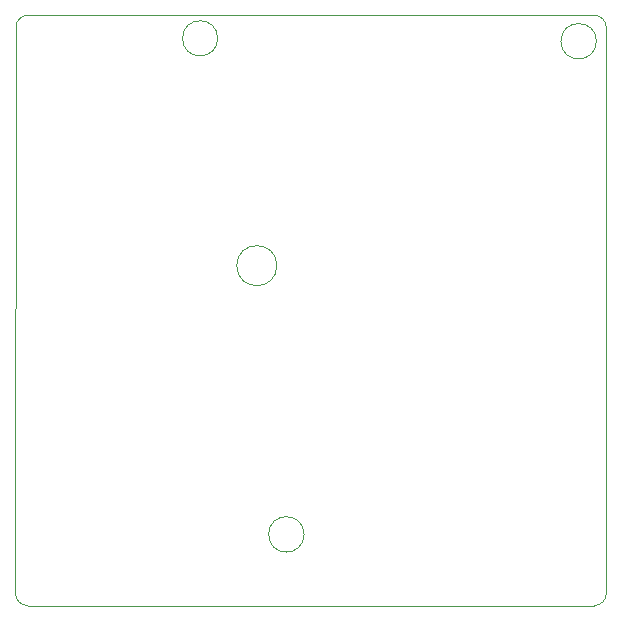
<source format=gbr>
%TF.GenerationSoftware,KiCad,Pcbnew,8.0.1*%
%TF.CreationDate,2024-04-28T21:45:25+02:00*%
%TF.ProjectId,EHealth_PCB,45486561-6c74-4685-9f50-43422e6b6963,rev?*%
%TF.SameCoordinates,Original*%
%TF.FileFunction,Profile,NP*%
%FSLAX46Y46*%
G04 Gerber Fmt 4.6, Leading zero omitted, Abs format (unit mm)*
G04 Created by KiCad (PCBNEW 8.0.1) date 2024-04-28 21:45:25*
%MOMM*%
%LPD*%
G01*
G04 APERTURE LIST*
%TA.AperFunction,Profile*%
%ADD10C,0.100000*%
%TD*%
%TA.AperFunction,Profile*%
%ADD11C,0.050000*%
%TD*%
G04 APERTURE END LIST*
D10*
X178612800Y-57302400D02*
G75*
G02*
X179628800Y-56286400I1016000J0D01*
G01*
X179603400Y-106273909D02*
G75*
G02*
X178562001Y-105257600I0J1041709D01*
G01*
X228601264Y-105241224D02*
G75*
G02*
X227584953Y-106282555I-1041664J24D01*
G01*
D11*
X195687855Y-58251944D02*
G75*
G02*
X192711747Y-58251944I-1488054J0D01*
G01*
X192711747Y-58251944D02*
G75*
G02*
X195687855Y-58251944I1488054J0D01*
G01*
X227750000Y-58500000D02*
G75*
G02*
X224750000Y-58500000I-1500000J0D01*
G01*
X224750000Y-58500000D02*
G75*
G02*
X227750000Y-58500000I1500000J0D01*
G01*
D10*
X178612800Y-57302400D02*
X178562001Y-105257600D01*
X228601264Y-105241224D02*
X228600000Y-57353200D01*
X227533200Y-56286400D02*
G75*
G02*
X228600000Y-57353200I0J-1066800D01*
G01*
D11*
X200697044Y-77500000D02*
G75*
G02*
X197302956Y-77500000I-1697044J0D01*
G01*
X197302956Y-77500000D02*
G75*
G02*
X200697044Y-77500000I1697044J0D01*
G01*
X203000000Y-100250000D02*
G75*
G02*
X200000000Y-100250000I-1500000J0D01*
G01*
X200000000Y-100250000D02*
G75*
G02*
X203000000Y-100250000I1500000J0D01*
G01*
D10*
X179603400Y-106273909D02*
X227584955Y-106282623D01*
X227533200Y-56286400D02*
X179628800Y-56286400D01*
M02*

</source>
